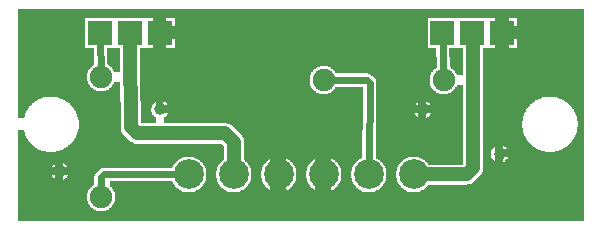
<source format=gtl>
G04 MADE WITH FRITZING*
G04 WWW.FRITZING.ORG*
G04 DOUBLE SIDED*
G04 HOLES PLATED*
G04 CONTOUR ON CENTER OF CONTOUR VECTOR*
%ASAXBY*%
%FSLAX23Y23*%
%MOIN*%
%OFA0B0*%
%SFA1.0B1.0*%
%ADD10C,0.075000*%
%ADD11C,0.039370*%
%ADD12C,0.078740*%
%ADD13C,0.099055*%
%ADD14R,0.078740X0.078740*%
%ADD15C,0.048000*%
%ADD16C,0.024000*%
%ADD17R,0.001000X0.001000*%
%LNCOPPER1*%
G90*
G70*
G54D10*
X1774Y671D03*
X1459Y511D03*
X1059Y511D03*
X317Y521D03*
X317Y121D03*
G54D11*
X179Y206D03*
X1646Y265D03*
X514Y413D03*
X1390Y413D03*
G54D12*
X1655Y669D03*
X1555Y669D03*
X1455Y669D03*
X1455Y669D03*
X1555Y669D03*
X1655Y669D03*
X514Y669D03*
X414Y669D03*
X314Y669D03*
X314Y669D03*
X414Y669D03*
X514Y669D03*
G54D13*
X1359Y196D03*
X1209Y196D03*
X1059Y196D03*
X909Y196D03*
X759Y196D03*
X609Y196D03*
G54D14*
X1655Y669D03*
X1555Y669D03*
X1455Y669D03*
X1655Y669D03*
X1555Y669D03*
X1455Y669D03*
X514Y669D03*
X414Y669D03*
X314Y669D03*
X514Y669D03*
X414Y669D03*
X314Y669D03*
G54D15*
X1537Y196D02*
X1411Y196D01*
D02*
X1557Y216D02*
X1537Y196D01*
D02*
X1556Y627D02*
X1557Y216D01*
D02*
X436Y333D02*
X416Y353D01*
D02*
X731Y333D02*
X436Y333D01*
D02*
X760Y304D02*
X731Y333D01*
D02*
X416Y353D02*
X414Y627D01*
D02*
X760Y248D02*
X760Y304D01*
G54D16*
D02*
X316Y550D02*
X314Y638D01*
D02*
X316Y186D02*
X316Y150D01*
D02*
X327Y197D02*
X316Y186D01*
D02*
X569Y196D02*
X327Y197D01*
D02*
X1458Y540D02*
X1456Y638D01*
D02*
X1202Y511D02*
X1087Y511D01*
D02*
X1213Y502D02*
X1202Y511D01*
D02*
X1210Y237D02*
X1213Y502D01*
G36*
X338Y619D02*
X338Y563D01*
X340Y563D01*
X340Y561D01*
X342Y561D01*
X342Y559D01*
X346Y559D01*
X346Y557D01*
X348Y557D01*
X348Y555D01*
X350Y555D01*
X350Y553D01*
X352Y553D01*
X352Y551D01*
X354Y551D01*
X354Y549D01*
X356Y549D01*
X356Y545D01*
X358Y545D01*
X358Y541D01*
X360Y541D01*
X360Y537D01*
X380Y537D01*
X380Y619D01*
X338Y619D01*
G37*
D02*
G36*
X1478Y619D02*
X1478Y589D01*
X1480Y589D01*
X1480Y553D01*
X1482Y553D01*
X1482Y551D01*
X1484Y551D01*
X1484Y549D01*
X1488Y549D01*
X1488Y547D01*
X1490Y547D01*
X1490Y545D01*
X1492Y545D01*
X1492Y543D01*
X1494Y543D01*
X1494Y541D01*
X1496Y541D01*
X1496Y539D01*
X1498Y539D01*
X1498Y535D01*
X1500Y535D01*
X1500Y531D01*
X1502Y531D01*
X1502Y527D01*
X1522Y527D01*
X1522Y619D01*
X1478Y619D01*
G37*
D02*
G36*
X40Y747D02*
X40Y717D01*
X1704Y717D01*
X1704Y619D01*
X1590Y619D01*
X1590Y455D01*
X1830Y455D01*
X1830Y453D01*
X1838Y453D01*
X1838Y451D01*
X1844Y451D01*
X1844Y449D01*
X1850Y449D01*
X1850Y447D01*
X1854Y447D01*
X1854Y445D01*
X1858Y445D01*
X1858Y443D01*
X1860Y443D01*
X1860Y441D01*
X1864Y441D01*
X1864Y439D01*
X1868Y439D01*
X1868Y437D01*
X1870Y437D01*
X1870Y435D01*
X1872Y435D01*
X1872Y433D01*
X1874Y433D01*
X1874Y431D01*
X1876Y431D01*
X1876Y429D01*
X1878Y429D01*
X1878Y427D01*
X1880Y427D01*
X1880Y425D01*
X1882Y425D01*
X1882Y423D01*
X1884Y423D01*
X1884Y421D01*
X1886Y421D01*
X1886Y419D01*
X1888Y419D01*
X1888Y415D01*
X1890Y415D01*
X1890Y413D01*
X1892Y413D01*
X1892Y409D01*
X1894Y409D01*
X1894Y405D01*
X1896Y405D01*
X1896Y401D01*
X1898Y401D01*
X1898Y397D01*
X1900Y397D01*
X1900Y391D01*
X1902Y391D01*
X1902Y383D01*
X1904Y383D01*
X1904Y373D01*
X1906Y373D01*
X1906Y353D01*
X1904Y353D01*
X1904Y343D01*
X1902Y343D01*
X1902Y335D01*
X1900Y335D01*
X1900Y329D01*
X1898Y329D01*
X1898Y325D01*
X1896Y325D01*
X1896Y321D01*
X1894Y321D01*
X1894Y317D01*
X1892Y317D01*
X1892Y313D01*
X1890Y313D01*
X1890Y311D01*
X1888Y311D01*
X1888Y307D01*
X1886Y307D01*
X1886Y305D01*
X1884Y305D01*
X1884Y303D01*
X1882Y303D01*
X1882Y301D01*
X1880Y301D01*
X1880Y299D01*
X1878Y299D01*
X1878Y297D01*
X1876Y297D01*
X1876Y295D01*
X1874Y295D01*
X1874Y293D01*
X1872Y293D01*
X1872Y291D01*
X1870Y291D01*
X1870Y289D01*
X1868Y289D01*
X1868Y287D01*
X1864Y287D01*
X1864Y285D01*
X1860Y285D01*
X1860Y283D01*
X1858Y283D01*
X1858Y281D01*
X1854Y281D01*
X1854Y279D01*
X1850Y279D01*
X1850Y277D01*
X1844Y277D01*
X1844Y275D01*
X1838Y275D01*
X1838Y273D01*
X1830Y273D01*
X1830Y271D01*
X1928Y271D01*
X1928Y747D01*
X40Y747D01*
G37*
D02*
G36*
X40Y717D02*
X40Y473D01*
X308Y473D01*
X308Y475D01*
X300Y475D01*
X300Y477D01*
X296Y477D01*
X296Y479D01*
X292Y479D01*
X292Y481D01*
X290Y481D01*
X290Y483D01*
X286Y483D01*
X286Y485D01*
X284Y485D01*
X284Y487D01*
X282Y487D01*
X282Y489D01*
X280Y489D01*
X280Y493D01*
X278Y493D01*
X278Y495D01*
X276Y495D01*
X276Y499D01*
X274Y499D01*
X274Y503D01*
X272Y503D01*
X272Y509D01*
X270Y509D01*
X270Y533D01*
X272Y533D01*
X272Y539D01*
X274Y539D01*
X274Y543D01*
X276Y543D01*
X276Y547D01*
X278Y547D01*
X278Y549D01*
X280Y549D01*
X280Y551D01*
X282Y551D01*
X282Y553D01*
X284Y553D01*
X284Y555D01*
X286Y555D01*
X286Y557D01*
X288Y557D01*
X288Y559D01*
X290Y559D01*
X290Y561D01*
X294Y561D01*
X294Y605D01*
X292Y605D01*
X292Y619D01*
X264Y619D01*
X264Y717D01*
X40Y717D01*
G37*
D02*
G36*
X564Y717D02*
X564Y619D01*
X448Y619D01*
X448Y559D01*
X1062Y559D01*
X1062Y557D01*
X1072Y557D01*
X1072Y555D01*
X1078Y555D01*
X1078Y553D01*
X1082Y553D01*
X1082Y551D01*
X1084Y551D01*
X1084Y549D01*
X1088Y549D01*
X1088Y547D01*
X1090Y547D01*
X1090Y545D01*
X1092Y545D01*
X1092Y543D01*
X1094Y543D01*
X1094Y541D01*
X1096Y541D01*
X1096Y539D01*
X1098Y539D01*
X1098Y535D01*
X1100Y535D01*
X1100Y533D01*
X1208Y533D01*
X1208Y531D01*
X1212Y531D01*
X1212Y529D01*
X1216Y529D01*
X1216Y527D01*
X1218Y527D01*
X1218Y525D01*
X1220Y525D01*
X1220Y523D01*
X1222Y523D01*
X1222Y521D01*
X1226Y521D01*
X1226Y519D01*
X1228Y519D01*
X1228Y517D01*
X1230Y517D01*
X1230Y513D01*
X1232Y513D01*
X1232Y511D01*
X1234Y511D01*
X1234Y463D01*
X1450Y463D01*
X1450Y465D01*
X1444Y465D01*
X1444Y467D01*
X1438Y467D01*
X1438Y469D01*
X1434Y469D01*
X1434Y471D01*
X1432Y471D01*
X1432Y473D01*
X1428Y473D01*
X1428Y475D01*
X1426Y475D01*
X1426Y477D01*
X1424Y477D01*
X1424Y479D01*
X1422Y479D01*
X1422Y481D01*
X1420Y481D01*
X1420Y485D01*
X1418Y485D01*
X1418Y489D01*
X1416Y489D01*
X1416Y491D01*
X1414Y491D01*
X1414Y499D01*
X1412Y499D01*
X1412Y523D01*
X1414Y523D01*
X1414Y529D01*
X1416Y529D01*
X1416Y533D01*
X1418Y533D01*
X1418Y537D01*
X1420Y537D01*
X1420Y539D01*
X1422Y539D01*
X1422Y541D01*
X1424Y541D01*
X1424Y545D01*
X1428Y545D01*
X1428Y547D01*
X1430Y547D01*
X1430Y549D01*
X1432Y549D01*
X1432Y551D01*
X1436Y551D01*
X1436Y589D01*
X1434Y589D01*
X1434Y619D01*
X1406Y619D01*
X1406Y717D01*
X564Y717D01*
G37*
D02*
G36*
X448Y559D02*
X448Y463D01*
X1050Y463D01*
X1050Y465D01*
X1044Y465D01*
X1044Y467D01*
X1038Y467D01*
X1038Y469D01*
X1034Y469D01*
X1034Y471D01*
X1032Y471D01*
X1032Y473D01*
X1028Y473D01*
X1028Y475D01*
X1026Y475D01*
X1026Y477D01*
X1024Y477D01*
X1024Y479D01*
X1022Y479D01*
X1022Y481D01*
X1020Y481D01*
X1020Y485D01*
X1018Y485D01*
X1018Y489D01*
X1016Y489D01*
X1016Y491D01*
X1014Y491D01*
X1014Y499D01*
X1012Y499D01*
X1012Y523D01*
X1014Y523D01*
X1014Y529D01*
X1016Y529D01*
X1016Y533D01*
X1018Y533D01*
X1018Y537D01*
X1020Y537D01*
X1020Y539D01*
X1022Y539D01*
X1022Y541D01*
X1024Y541D01*
X1024Y545D01*
X1028Y545D01*
X1028Y547D01*
X1030Y547D01*
X1030Y549D01*
X1032Y549D01*
X1032Y551D01*
X1036Y551D01*
X1036Y553D01*
X1040Y553D01*
X1040Y555D01*
X1046Y555D01*
X1046Y557D01*
X1056Y557D01*
X1056Y559D01*
X448Y559D01*
G37*
D02*
G36*
X360Y503D02*
X360Y499D01*
X358Y499D01*
X358Y495D01*
X356Y495D01*
X356Y493D01*
X354Y493D01*
X354Y491D01*
X352Y491D01*
X352Y487D01*
X350Y487D01*
X350Y485D01*
X346Y485D01*
X346Y483D01*
X344Y483D01*
X344Y481D01*
X342Y481D01*
X342Y479D01*
X338Y479D01*
X338Y477D01*
X332Y477D01*
X332Y475D01*
X326Y475D01*
X326Y473D01*
X380Y473D01*
X380Y503D01*
X360Y503D01*
G37*
D02*
G36*
X1502Y495D02*
X1502Y489D01*
X1500Y489D01*
X1500Y487D01*
X1498Y487D01*
X1498Y483D01*
X1496Y483D01*
X1496Y481D01*
X1494Y481D01*
X1494Y479D01*
X1492Y479D01*
X1492Y477D01*
X1490Y477D01*
X1490Y475D01*
X1488Y475D01*
X1488Y473D01*
X1486Y473D01*
X1486Y471D01*
X1482Y471D01*
X1482Y469D01*
X1480Y469D01*
X1480Y467D01*
X1474Y467D01*
X1474Y465D01*
X1466Y465D01*
X1466Y463D01*
X1522Y463D01*
X1522Y495D01*
X1502Y495D01*
G37*
D02*
G36*
X1100Y489D02*
X1100Y487D01*
X1098Y487D01*
X1098Y483D01*
X1096Y483D01*
X1096Y481D01*
X1094Y481D01*
X1094Y479D01*
X1092Y479D01*
X1092Y477D01*
X1090Y477D01*
X1090Y475D01*
X1088Y475D01*
X1088Y473D01*
X1086Y473D01*
X1086Y471D01*
X1082Y471D01*
X1082Y469D01*
X1080Y469D01*
X1080Y467D01*
X1074Y467D01*
X1074Y465D01*
X1066Y465D01*
X1066Y463D01*
X1190Y463D01*
X1190Y489D01*
X1100Y489D01*
G37*
D02*
G36*
X40Y473D02*
X40Y471D01*
X380Y471D01*
X380Y473D01*
X40Y473D01*
G37*
D02*
G36*
X40Y473D02*
X40Y471D01*
X380Y471D01*
X380Y473D01*
X40Y473D01*
G37*
D02*
G36*
X40Y471D02*
X40Y455D01*
X166Y455D01*
X166Y453D01*
X174Y453D01*
X174Y451D01*
X180Y451D01*
X180Y449D01*
X186Y449D01*
X186Y447D01*
X190Y447D01*
X190Y445D01*
X194Y445D01*
X194Y443D01*
X198Y443D01*
X198Y441D01*
X200Y441D01*
X200Y439D01*
X204Y439D01*
X204Y437D01*
X206Y437D01*
X206Y435D01*
X210Y435D01*
X210Y433D01*
X212Y433D01*
X212Y431D01*
X214Y431D01*
X214Y429D01*
X216Y429D01*
X216Y427D01*
X218Y427D01*
X218Y425D01*
X220Y425D01*
X220Y421D01*
X222Y421D01*
X222Y419D01*
X224Y419D01*
X224Y417D01*
X226Y417D01*
X226Y413D01*
X228Y413D01*
X228Y411D01*
X230Y411D01*
X230Y407D01*
X232Y407D01*
X232Y403D01*
X234Y403D01*
X234Y399D01*
X236Y399D01*
X236Y393D01*
X238Y393D01*
X238Y387D01*
X240Y387D01*
X240Y377D01*
X242Y377D01*
X242Y349D01*
X240Y349D01*
X240Y339D01*
X238Y339D01*
X238Y333D01*
X236Y333D01*
X236Y327D01*
X234Y327D01*
X234Y323D01*
X232Y323D01*
X232Y319D01*
X230Y319D01*
X230Y315D01*
X228Y315D01*
X228Y313D01*
X226Y313D01*
X226Y309D01*
X224Y309D01*
X224Y307D01*
X222Y307D01*
X222Y305D01*
X220Y305D01*
X220Y301D01*
X218Y301D01*
X218Y299D01*
X216Y299D01*
X216Y297D01*
X214Y297D01*
X214Y295D01*
X212Y295D01*
X212Y293D01*
X208Y293D01*
X208Y291D01*
X206Y291D01*
X206Y289D01*
X204Y289D01*
X204Y287D01*
X200Y287D01*
X200Y285D01*
X198Y285D01*
X198Y283D01*
X194Y283D01*
X194Y281D01*
X190Y281D01*
X190Y279D01*
X186Y279D01*
X186Y277D01*
X180Y277D01*
X180Y275D01*
X174Y275D01*
X174Y273D01*
X166Y273D01*
X166Y271D01*
X726Y271D01*
X726Y291D01*
X724Y291D01*
X724Y293D01*
X722Y293D01*
X722Y295D01*
X720Y295D01*
X720Y297D01*
X718Y297D01*
X718Y299D01*
X428Y299D01*
X428Y301D01*
X422Y301D01*
X422Y303D01*
X418Y303D01*
X418Y305D01*
X414Y305D01*
X414Y307D01*
X412Y307D01*
X412Y309D01*
X410Y309D01*
X410Y311D01*
X408Y311D01*
X408Y313D01*
X406Y313D01*
X406Y315D01*
X404Y315D01*
X404Y317D01*
X402Y317D01*
X402Y319D01*
X400Y319D01*
X400Y321D01*
X398Y321D01*
X398Y323D01*
X396Y323D01*
X396Y325D01*
X394Y325D01*
X394Y327D01*
X392Y327D01*
X392Y329D01*
X390Y329D01*
X390Y331D01*
X388Y331D01*
X388Y335D01*
X386Y335D01*
X386Y339D01*
X384Y339D01*
X384Y343D01*
X382Y343D01*
X382Y439D01*
X380Y439D01*
X380Y471D01*
X40Y471D01*
G37*
D02*
G36*
X448Y463D02*
X448Y461D01*
X1190Y461D01*
X1190Y463D01*
X448Y463D01*
G37*
D02*
G36*
X448Y463D02*
X448Y461D01*
X1190Y461D01*
X1190Y463D01*
X448Y463D01*
G37*
D02*
G36*
X1234Y463D02*
X1234Y461D01*
X1522Y461D01*
X1522Y463D01*
X1234Y463D01*
G37*
D02*
G36*
X1234Y463D02*
X1234Y461D01*
X1522Y461D01*
X1522Y463D01*
X1234Y463D01*
G37*
D02*
G36*
X448Y461D02*
X448Y441D01*
X524Y441D01*
X524Y439D01*
X528Y439D01*
X528Y437D01*
X532Y437D01*
X532Y435D01*
X534Y435D01*
X534Y433D01*
X536Y433D01*
X536Y431D01*
X538Y431D01*
X538Y427D01*
X540Y427D01*
X540Y423D01*
X542Y423D01*
X542Y415D01*
X544Y415D01*
X544Y409D01*
X542Y409D01*
X542Y401D01*
X540Y401D01*
X540Y397D01*
X538Y397D01*
X538Y395D01*
X536Y395D01*
X536Y391D01*
X534Y391D01*
X534Y389D01*
X530Y389D01*
X530Y387D01*
X528Y387D01*
X528Y367D01*
X738Y367D01*
X738Y365D01*
X744Y365D01*
X744Y363D01*
X748Y363D01*
X748Y361D01*
X752Y361D01*
X752Y359D01*
X754Y359D01*
X754Y357D01*
X756Y357D01*
X756Y355D01*
X758Y355D01*
X758Y353D01*
X760Y353D01*
X760Y351D01*
X762Y351D01*
X762Y349D01*
X764Y349D01*
X764Y347D01*
X766Y347D01*
X766Y345D01*
X768Y345D01*
X768Y343D01*
X770Y343D01*
X770Y341D01*
X772Y341D01*
X772Y339D01*
X774Y339D01*
X774Y337D01*
X776Y337D01*
X776Y335D01*
X778Y335D01*
X778Y333D01*
X780Y333D01*
X780Y331D01*
X782Y331D01*
X782Y329D01*
X784Y329D01*
X784Y327D01*
X786Y327D01*
X786Y325D01*
X788Y325D01*
X788Y321D01*
X790Y321D01*
X790Y317D01*
X792Y317D01*
X792Y311D01*
X794Y311D01*
X794Y255D01*
X1070Y255D01*
X1070Y253D01*
X1078Y253D01*
X1078Y251D01*
X1084Y251D01*
X1084Y249D01*
X1088Y249D01*
X1088Y247D01*
X1090Y247D01*
X1090Y245D01*
X1094Y245D01*
X1094Y243D01*
X1096Y243D01*
X1096Y241D01*
X1098Y241D01*
X1098Y239D01*
X1102Y239D01*
X1102Y235D01*
X1104Y235D01*
X1104Y233D01*
X1106Y233D01*
X1106Y231D01*
X1108Y231D01*
X1108Y229D01*
X1110Y229D01*
X1110Y225D01*
X1112Y225D01*
X1112Y221D01*
X1114Y221D01*
X1114Y217D01*
X1116Y217D01*
X1116Y209D01*
X1118Y209D01*
X1118Y181D01*
X1116Y181D01*
X1116Y175D01*
X1114Y175D01*
X1114Y171D01*
X1112Y171D01*
X1112Y167D01*
X1110Y167D01*
X1110Y163D01*
X1108Y163D01*
X1108Y161D01*
X1106Y161D01*
X1106Y157D01*
X1104Y157D01*
X1104Y155D01*
X1102Y155D01*
X1102Y153D01*
X1100Y153D01*
X1100Y151D01*
X1098Y151D01*
X1098Y149D01*
X1094Y149D01*
X1094Y147D01*
X1092Y147D01*
X1092Y145D01*
X1088Y145D01*
X1088Y143D01*
X1084Y143D01*
X1084Y141D01*
X1080Y141D01*
X1080Y139D01*
X1074Y139D01*
X1074Y137D01*
X1196Y137D01*
X1196Y139D01*
X1188Y139D01*
X1188Y141D01*
X1184Y141D01*
X1184Y143D01*
X1180Y143D01*
X1180Y145D01*
X1176Y145D01*
X1176Y147D01*
X1174Y147D01*
X1174Y149D01*
X1172Y149D01*
X1172Y151D01*
X1168Y151D01*
X1168Y153D01*
X1166Y153D01*
X1166Y157D01*
X1164Y157D01*
X1164Y159D01*
X1162Y159D01*
X1162Y161D01*
X1160Y161D01*
X1160Y165D01*
X1158Y165D01*
X1158Y167D01*
X1156Y167D01*
X1156Y171D01*
X1154Y171D01*
X1154Y177D01*
X1152Y177D01*
X1152Y183D01*
X1150Y183D01*
X1150Y207D01*
X1152Y207D01*
X1152Y215D01*
X1154Y215D01*
X1154Y221D01*
X1156Y221D01*
X1156Y225D01*
X1158Y225D01*
X1158Y227D01*
X1160Y227D01*
X1160Y231D01*
X1162Y231D01*
X1162Y233D01*
X1164Y233D01*
X1164Y235D01*
X1166Y235D01*
X1166Y237D01*
X1168Y237D01*
X1168Y239D01*
X1170Y239D01*
X1170Y241D01*
X1172Y241D01*
X1172Y243D01*
X1174Y243D01*
X1174Y245D01*
X1178Y245D01*
X1178Y247D01*
X1180Y247D01*
X1180Y249D01*
X1184Y249D01*
X1184Y251D01*
X1188Y251D01*
X1188Y345D01*
X1190Y345D01*
X1190Y461D01*
X448Y461D01*
G37*
D02*
G36*
X1234Y461D02*
X1234Y441D01*
X1400Y441D01*
X1400Y439D01*
X1404Y439D01*
X1404Y437D01*
X1408Y437D01*
X1408Y435D01*
X1410Y435D01*
X1410Y433D01*
X1412Y433D01*
X1412Y431D01*
X1414Y431D01*
X1414Y427D01*
X1416Y427D01*
X1416Y423D01*
X1418Y423D01*
X1418Y415D01*
X1420Y415D01*
X1420Y409D01*
X1418Y409D01*
X1418Y401D01*
X1416Y401D01*
X1416Y397D01*
X1414Y397D01*
X1414Y395D01*
X1412Y395D01*
X1412Y391D01*
X1410Y391D01*
X1410Y389D01*
X1406Y389D01*
X1406Y387D01*
X1404Y387D01*
X1404Y385D01*
X1398Y385D01*
X1398Y383D01*
X1522Y383D01*
X1522Y461D01*
X1234Y461D01*
G37*
D02*
G36*
X40Y455D02*
X40Y383D01*
X60Y383D01*
X60Y389D01*
X62Y389D01*
X62Y395D01*
X64Y395D01*
X64Y401D01*
X66Y401D01*
X66Y405D01*
X68Y405D01*
X68Y409D01*
X70Y409D01*
X70Y411D01*
X72Y411D01*
X72Y415D01*
X74Y415D01*
X74Y417D01*
X76Y417D01*
X76Y421D01*
X78Y421D01*
X78Y423D01*
X80Y423D01*
X80Y425D01*
X82Y425D01*
X82Y427D01*
X84Y427D01*
X84Y429D01*
X86Y429D01*
X86Y431D01*
X88Y431D01*
X88Y433D01*
X90Y433D01*
X90Y435D01*
X92Y435D01*
X92Y437D01*
X96Y437D01*
X96Y439D01*
X98Y439D01*
X98Y441D01*
X102Y441D01*
X102Y443D01*
X104Y443D01*
X104Y445D01*
X108Y445D01*
X108Y447D01*
X114Y447D01*
X114Y449D01*
X118Y449D01*
X118Y451D01*
X124Y451D01*
X124Y453D01*
X132Y453D01*
X132Y455D01*
X40Y455D01*
G37*
D02*
G36*
X1590Y455D02*
X1590Y295D01*
X1648Y295D01*
X1648Y293D01*
X1656Y293D01*
X1656Y291D01*
X1660Y291D01*
X1660Y289D01*
X1664Y289D01*
X1664Y287D01*
X1666Y287D01*
X1666Y285D01*
X1668Y285D01*
X1668Y283D01*
X1670Y283D01*
X1670Y279D01*
X1672Y279D01*
X1672Y275D01*
X1674Y275D01*
X1674Y271D01*
X1796Y271D01*
X1796Y273D01*
X1788Y273D01*
X1788Y275D01*
X1782Y275D01*
X1782Y277D01*
X1776Y277D01*
X1776Y279D01*
X1772Y279D01*
X1772Y281D01*
X1768Y281D01*
X1768Y283D01*
X1764Y283D01*
X1764Y285D01*
X1762Y285D01*
X1762Y287D01*
X1758Y287D01*
X1758Y289D01*
X1756Y289D01*
X1756Y291D01*
X1754Y291D01*
X1754Y293D01*
X1752Y293D01*
X1752Y295D01*
X1750Y295D01*
X1750Y297D01*
X1746Y297D01*
X1746Y301D01*
X1744Y301D01*
X1744Y303D01*
X1742Y303D01*
X1742Y305D01*
X1740Y305D01*
X1740Y307D01*
X1738Y307D01*
X1738Y311D01*
X1736Y311D01*
X1736Y313D01*
X1734Y313D01*
X1734Y317D01*
X1732Y317D01*
X1732Y321D01*
X1730Y321D01*
X1730Y325D01*
X1728Y325D01*
X1728Y329D01*
X1726Y329D01*
X1726Y335D01*
X1724Y335D01*
X1724Y341D01*
X1722Y341D01*
X1722Y351D01*
X1720Y351D01*
X1720Y375D01*
X1722Y375D01*
X1722Y385D01*
X1724Y385D01*
X1724Y391D01*
X1726Y391D01*
X1726Y397D01*
X1728Y397D01*
X1728Y401D01*
X1730Y401D01*
X1730Y405D01*
X1732Y405D01*
X1732Y409D01*
X1734Y409D01*
X1734Y413D01*
X1736Y413D01*
X1736Y415D01*
X1738Y415D01*
X1738Y419D01*
X1740Y419D01*
X1740Y421D01*
X1742Y421D01*
X1742Y423D01*
X1744Y423D01*
X1744Y425D01*
X1746Y425D01*
X1746Y429D01*
X1748Y429D01*
X1748Y431D01*
X1752Y431D01*
X1752Y433D01*
X1754Y433D01*
X1754Y435D01*
X1756Y435D01*
X1756Y437D01*
X1758Y437D01*
X1758Y439D01*
X1762Y439D01*
X1762Y441D01*
X1764Y441D01*
X1764Y443D01*
X1768Y443D01*
X1768Y445D01*
X1772Y445D01*
X1772Y447D01*
X1776Y447D01*
X1776Y449D01*
X1782Y449D01*
X1782Y451D01*
X1788Y451D01*
X1788Y453D01*
X1796Y453D01*
X1796Y455D01*
X1590Y455D01*
G37*
D02*
G36*
X450Y441D02*
X450Y367D01*
X500Y367D01*
X500Y387D01*
X496Y387D01*
X496Y389D01*
X494Y389D01*
X494Y391D01*
X492Y391D01*
X492Y393D01*
X490Y393D01*
X490Y395D01*
X488Y395D01*
X488Y399D01*
X486Y399D01*
X486Y405D01*
X484Y405D01*
X484Y419D01*
X486Y419D01*
X486Y425D01*
X488Y425D01*
X488Y429D01*
X490Y429D01*
X490Y431D01*
X492Y431D01*
X492Y433D01*
X494Y433D01*
X494Y435D01*
X496Y435D01*
X496Y437D01*
X500Y437D01*
X500Y439D01*
X504Y439D01*
X504Y441D01*
X450Y441D01*
G37*
D02*
G36*
X1234Y441D02*
X1234Y383D01*
X1382Y383D01*
X1382Y385D01*
X1376Y385D01*
X1376Y387D01*
X1372Y387D01*
X1372Y389D01*
X1370Y389D01*
X1370Y391D01*
X1368Y391D01*
X1368Y393D01*
X1366Y393D01*
X1366Y395D01*
X1364Y395D01*
X1364Y399D01*
X1362Y399D01*
X1362Y405D01*
X1360Y405D01*
X1360Y419D01*
X1362Y419D01*
X1362Y425D01*
X1364Y425D01*
X1364Y429D01*
X1366Y429D01*
X1366Y431D01*
X1368Y431D01*
X1368Y433D01*
X1370Y433D01*
X1370Y435D01*
X1372Y435D01*
X1372Y437D01*
X1376Y437D01*
X1376Y439D01*
X1380Y439D01*
X1380Y441D01*
X1234Y441D01*
G37*
D02*
G36*
X1234Y383D02*
X1234Y381D01*
X1522Y381D01*
X1522Y383D01*
X1234Y383D01*
G37*
D02*
G36*
X1234Y383D02*
X1234Y381D01*
X1522Y381D01*
X1522Y383D01*
X1234Y383D01*
G37*
D02*
G36*
X1234Y381D02*
X1234Y343D01*
X1232Y343D01*
X1232Y255D01*
X1370Y255D01*
X1370Y253D01*
X1378Y253D01*
X1378Y251D01*
X1384Y251D01*
X1384Y249D01*
X1388Y249D01*
X1388Y247D01*
X1390Y247D01*
X1390Y245D01*
X1394Y245D01*
X1394Y243D01*
X1396Y243D01*
X1396Y241D01*
X1398Y241D01*
X1398Y239D01*
X1402Y239D01*
X1402Y235D01*
X1404Y235D01*
X1404Y233D01*
X1406Y233D01*
X1406Y231D01*
X1408Y231D01*
X1408Y229D01*
X1522Y229D01*
X1522Y381D01*
X1234Y381D01*
G37*
D02*
G36*
X40Y343D02*
X40Y271D01*
X132Y271D01*
X132Y273D01*
X124Y273D01*
X124Y275D01*
X118Y275D01*
X118Y277D01*
X114Y277D01*
X114Y279D01*
X108Y279D01*
X108Y281D01*
X104Y281D01*
X104Y283D01*
X102Y283D01*
X102Y285D01*
X98Y285D01*
X98Y287D01*
X96Y287D01*
X96Y289D01*
X92Y289D01*
X92Y291D01*
X90Y291D01*
X90Y293D01*
X88Y293D01*
X88Y295D01*
X86Y295D01*
X86Y297D01*
X84Y297D01*
X84Y299D01*
X82Y299D01*
X82Y301D01*
X80Y301D01*
X80Y303D01*
X78Y303D01*
X78Y305D01*
X76Y305D01*
X76Y309D01*
X74Y309D01*
X74Y311D01*
X72Y311D01*
X72Y315D01*
X70Y315D01*
X70Y317D01*
X68Y317D01*
X68Y321D01*
X66Y321D01*
X66Y325D01*
X64Y325D01*
X64Y331D01*
X62Y331D01*
X62Y337D01*
X60Y337D01*
X60Y343D01*
X40Y343D01*
G37*
D02*
G36*
X1590Y295D02*
X1590Y235D01*
X1638Y235D01*
X1638Y237D01*
X1632Y237D01*
X1632Y239D01*
X1630Y239D01*
X1630Y241D01*
X1626Y241D01*
X1626Y243D01*
X1624Y243D01*
X1624Y245D01*
X1622Y245D01*
X1622Y249D01*
X1620Y249D01*
X1620Y251D01*
X1618Y251D01*
X1618Y257D01*
X1616Y257D01*
X1616Y273D01*
X1618Y273D01*
X1618Y277D01*
X1620Y277D01*
X1620Y281D01*
X1622Y281D01*
X1622Y283D01*
X1624Y283D01*
X1624Y285D01*
X1626Y285D01*
X1626Y287D01*
X1628Y287D01*
X1628Y289D01*
X1630Y289D01*
X1630Y291D01*
X1634Y291D01*
X1634Y293D01*
X1644Y293D01*
X1644Y295D01*
X1590Y295D01*
G37*
D02*
G36*
X40Y271D02*
X40Y269D01*
X726Y269D01*
X726Y271D01*
X40Y271D01*
G37*
D02*
G36*
X40Y271D02*
X40Y269D01*
X726Y269D01*
X726Y271D01*
X40Y271D01*
G37*
D02*
G36*
X1674Y271D02*
X1674Y269D01*
X1928Y269D01*
X1928Y271D01*
X1674Y271D01*
G37*
D02*
G36*
X1674Y271D02*
X1674Y269D01*
X1928Y269D01*
X1928Y271D01*
X1674Y271D01*
G37*
D02*
G36*
X40Y269D02*
X40Y255D01*
X620Y255D01*
X620Y253D01*
X628Y253D01*
X628Y251D01*
X634Y251D01*
X634Y249D01*
X638Y249D01*
X638Y247D01*
X640Y247D01*
X640Y245D01*
X644Y245D01*
X644Y243D01*
X646Y243D01*
X646Y241D01*
X648Y241D01*
X648Y239D01*
X652Y239D01*
X652Y235D01*
X654Y235D01*
X654Y233D01*
X656Y233D01*
X656Y231D01*
X658Y231D01*
X658Y229D01*
X660Y229D01*
X660Y225D01*
X662Y225D01*
X662Y221D01*
X664Y221D01*
X664Y217D01*
X666Y217D01*
X666Y209D01*
X668Y209D01*
X668Y181D01*
X666Y181D01*
X666Y175D01*
X664Y175D01*
X664Y171D01*
X662Y171D01*
X662Y167D01*
X660Y167D01*
X660Y163D01*
X658Y163D01*
X658Y161D01*
X656Y161D01*
X656Y157D01*
X654Y157D01*
X654Y155D01*
X652Y155D01*
X652Y153D01*
X650Y153D01*
X650Y151D01*
X648Y151D01*
X648Y149D01*
X644Y149D01*
X644Y147D01*
X642Y147D01*
X642Y145D01*
X638Y145D01*
X638Y143D01*
X634Y143D01*
X634Y141D01*
X630Y141D01*
X630Y139D01*
X624Y139D01*
X624Y137D01*
X746Y137D01*
X746Y139D01*
X738Y139D01*
X738Y141D01*
X734Y141D01*
X734Y143D01*
X730Y143D01*
X730Y145D01*
X726Y145D01*
X726Y147D01*
X724Y147D01*
X724Y149D01*
X722Y149D01*
X722Y151D01*
X718Y151D01*
X718Y153D01*
X716Y153D01*
X716Y155D01*
X714Y155D01*
X714Y159D01*
X712Y159D01*
X712Y161D01*
X710Y161D01*
X710Y165D01*
X708Y165D01*
X708Y167D01*
X706Y167D01*
X706Y171D01*
X704Y171D01*
X704Y177D01*
X702Y177D01*
X702Y183D01*
X700Y183D01*
X700Y207D01*
X702Y207D01*
X702Y215D01*
X704Y215D01*
X704Y221D01*
X706Y221D01*
X706Y225D01*
X708Y225D01*
X708Y227D01*
X710Y227D01*
X710Y231D01*
X712Y231D01*
X712Y233D01*
X714Y233D01*
X714Y235D01*
X716Y235D01*
X716Y237D01*
X718Y237D01*
X718Y239D01*
X720Y239D01*
X720Y241D01*
X722Y241D01*
X722Y243D01*
X724Y243D01*
X724Y245D01*
X726Y245D01*
X726Y269D01*
X40Y269D01*
G37*
D02*
G36*
X1674Y269D02*
X1674Y267D01*
X1676Y267D01*
X1676Y263D01*
X1674Y263D01*
X1674Y253D01*
X1672Y253D01*
X1672Y249D01*
X1670Y249D01*
X1670Y247D01*
X1668Y247D01*
X1668Y245D01*
X1666Y245D01*
X1666Y243D01*
X1664Y243D01*
X1664Y241D01*
X1662Y241D01*
X1662Y239D01*
X1658Y239D01*
X1658Y237D01*
X1652Y237D01*
X1652Y235D01*
X1928Y235D01*
X1928Y269D01*
X1674Y269D01*
G37*
D02*
G36*
X40Y255D02*
X40Y235D01*
X186Y235D01*
X186Y233D01*
X192Y233D01*
X192Y231D01*
X196Y231D01*
X196Y229D01*
X198Y229D01*
X198Y227D01*
X200Y227D01*
X200Y225D01*
X202Y225D01*
X202Y223D01*
X204Y223D01*
X204Y219D01*
X504Y219D01*
X504Y217D01*
X554Y217D01*
X554Y221D01*
X556Y221D01*
X556Y225D01*
X558Y225D01*
X558Y227D01*
X560Y227D01*
X560Y231D01*
X562Y231D01*
X562Y233D01*
X564Y233D01*
X564Y235D01*
X566Y235D01*
X566Y237D01*
X568Y237D01*
X568Y239D01*
X570Y239D01*
X570Y241D01*
X572Y241D01*
X572Y243D01*
X574Y243D01*
X574Y245D01*
X578Y245D01*
X578Y247D01*
X580Y247D01*
X580Y249D01*
X584Y249D01*
X584Y251D01*
X590Y251D01*
X590Y253D01*
X598Y253D01*
X598Y255D01*
X40Y255D01*
G37*
D02*
G36*
X794Y255D02*
X794Y243D01*
X796Y243D01*
X796Y241D01*
X798Y241D01*
X798Y239D01*
X802Y239D01*
X802Y235D01*
X804Y235D01*
X804Y233D01*
X806Y233D01*
X806Y231D01*
X808Y231D01*
X808Y229D01*
X810Y229D01*
X810Y225D01*
X812Y225D01*
X812Y221D01*
X814Y221D01*
X814Y217D01*
X816Y217D01*
X816Y209D01*
X818Y209D01*
X818Y181D01*
X816Y181D01*
X816Y175D01*
X814Y175D01*
X814Y171D01*
X812Y171D01*
X812Y167D01*
X810Y167D01*
X810Y163D01*
X808Y163D01*
X808Y161D01*
X806Y161D01*
X806Y157D01*
X804Y157D01*
X804Y155D01*
X802Y155D01*
X802Y153D01*
X800Y153D01*
X800Y151D01*
X798Y151D01*
X798Y149D01*
X794Y149D01*
X794Y147D01*
X792Y147D01*
X792Y145D01*
X788Y145D01*
X788Y143D01*
X784Y143D01*
X784Y141D01*
X780Y141D01*
X780Y139D01*
X774Y139D01*
X774Y137D01*
X896Y137D01*
X896Y139D01*
X888Y139D01*
X888Y141D01*
X884Y141D01*
X884Y143D01*
X880Y143D01*
X880Y145D01*
X876Y145D01*
X876Y147D01*
X874Y147D01*
X874Y149D01*
X872Y149D01*
X872Y151D01*
X868Y151D01*
X868Y153D01*
X866Y153D01*
X866Y155D01*
X864Y155D01*
X864Y159D01*
X862Y159D01*
X862Y161D01*
X860Y161D01*
X860Y165D01*
X858Y165D01*
X858Y167D01*
X856Y167D01*
X856Y171D01*
X854Y171D01*
X854Y177D01*
X852Y177D01*
X852Y183D01*
X850Y183D01*
X850Y207D01*
X852Y207D01*
X852Y215D01*
X854Y215D01*
X854Y221D01*
X856Y221D01*
X856Y225D01*
X858Y225D01*
X858Y227D01*
X860Y227D01*
X860Y231D01*
X862Y231D01*
X862Y233D01*
X864Y233D01*
X864Y235D01*
X866Y235D01*
X866Y237D01*
X868Y237D01*
X868Y239D01*
X870Y239D01*
X870Y241D01*
X872Y241D01*
X872Y243D01*
X874Y243D01*
X874Y245D01*
X878Y245D01*
X878Y247D01*
X880Y247D01*
X880Y249D01*
X884Y249D01*
X884Y251D01*
X890Y251D01*
X890Y253D01*
X898Y253D01*
X898Y255D01*
X794Y255D01*
G37*
D02*
G36*
X920Y255D02*
X920Y253D01*
X928Y253D01*
X928Y251D01*
X934Y251D01*
X934Y249D01*
X938Y249D01*
X938Y247D01*
X940Y247D01*
X940Y245D01*
X944Y245D01*
X944Y243D01*
X946Y243D01*
X946Y241D01*
X948Y241D01*
X948Y239D01*
X952Y239D01*
X952Y235D01*
X954Y235D01*
X954Y233D01*
X956Y233D01*
X956Y231D01*
X958Y231D01*
X958Y229D01*
X960Y229D01*
X960Y225D01*
X962Y225D01*
X962Y221D01*
X964Y221D01*
X964Y217D01*
X966Y217D01*
X966Y209D01*
X968Y209D01*
X968Y181D01*
X966Y181D01*
X966Y175D01*
X964Y175D01*
X964Y171D01*
X962Y171D01*
X962Y167D01*
X960Y167D01*
X960Y163D01*
X958Y163D01*
X958Y161D01*
X956Y161D01*
X956Y157D01*
X954Y157D01*
X954Y155D01*
X952Y155D01*
X952Y153D01*
X950Y153D01*
X950Y151D01*
X948Y151D01*
X948Y149D01*
X944Y149D01*
X944Y147D01*
X942Y147D01*
X942Y145D01*
X938Y145D01*
X938Y143D01*
X934Y143D01*
X934Y141D01*
X930Y141D01*
X930Y139D01*
X924Y139D01*
X924Y137D01*
X1046Y137D01*
X1046Y139D01*
X1038Y139D01*
X1038Y141D01*
X1034Y141D01*
X1034Y143D01*
X1030Y143D01*
X1030Y145D01*
X1026Y145D01*
X1026Y147D01*
X1024Y147D01*
X1024Y149D01*
X1022Y149D01*
X1022Y151D01*
X1018Y151D01*
X1018Y153D01*
X1016Y153D01*
X1016Y155D01*
X1014Y155D01*
X1014Y159D01*
X1012Y159D01*
X1012Y161D01*
X1010Y161D01*
X1010Y165D01*
X1008Y165D01*
X1008Y167D01*
X1006Y167D01*
X1006Y171D01*
X1004Y171D01*
X1004Y177D01*
X1002Y177D01*
X1002Y183D01*
X1000Y183D01*
X1000Y207D01*
X1002Y207D01*
X1002Y215D01*
X1004Y215D01*
X1004Y221D01*
X1006Y221D01*
X1006Y225D01*
X1008Y225D01*
X1008Y227D01*
X1010Y227D01*
X1010Y231D01*
X1012Y231D01*
X1012Y233D01*
X1014Y233D01*
X1014Y235D01*
X1016Y235D01*
X1016Y237D01*
X1018Y237D01*
X1018Y239D01*
X1020Y239D01*
X1020Y241D01*
X1022Y241D01*
X1022Y243D01*
X1024Y243D01*
X1024Y245D01*
X1028Y245D01*
X1028Y247D01*
X1030Y247D01*
X1030Y249D01*
X1034Y249D01*
X1034Y251D01*
X1040Y251D01*
X1040Y253D01*
X1048Y253D01*
X1048Y255D01*
X920Y255D01*
G37*
D02*
G36*
X1232Y255D02*
X1232Y251D01*
X1234Y251D01*
X1234Y249D01*
X1238Y249D01*
X1238Y247D01*
X1240Y247D01*
X1240Y245D01*
X1244Y245D01*
X1244Y243D01*
X1246Y243D01*
X1246Y241D01*
X1248Y241D01*
X1248Y239D01*
X1252Y239D01*
X1252Y235D01*
X1254Y235D01*
X1254Y233D01*
X1256Y233D01*
X1256Y231D01*
X1258Y231D01*
X1258Y229D01*
X1260Y229D01*
X1260Y225D01*
X1262Y225D01*
X1262Y221D01*
X1264Y221D01*
X1264Y217D01*
X1266Y217D01*
X1266Y209D01*
X1268Y209D01*
X1268Y181D01*
X1266Y181D01*
X1266Y175D01*
X1264Y175D01*
X1264Y171D01*
X1262Y171D01*
X1262Y167D01*
X1260Y167D01*
X1260Y163D01*
X1258Y163D01*
X1258Y161D01*
X1256Y161D01*
X1256Y157D01*
X1254Y157D01*
X1254Y155D01*
X1252Y155D01*
X1252Y153D01*
X1250Y153D01*
X1250Y151D01*
X1248Y151D01*
X1248Y149D01*
X1244Y149D01*
X1244Y147D01*
X1242Y147D01*
X1242Y145D01*
X1238Y145D01*
X1238Y143D01*
X1234Y143D01*
X1234Y141D01*
X1230Y141D01*
X1230Y139D01*
X1224Y139D01*
X1224Y137D01*
X1346Y137D01*
X1346Y139D01*
X1338Y139D01*
X1338Y141D01*
X1334Y141D01*
X1334Y143D01*
X1330Y143D01*
X1330Y145D01*
X1326Y145D01*
X1326Y147D01*
X1324Y147D01*
X1324Y149D01*
X1322Y149D01*
X1322Y151D01*
X1318Y151D01*
X1318Y153D01*
X1316Y153D01*
X1316Y157D01*
X1314Y157D01*
X1314Y159D01*
X1312Y159D01*
X1312Y161D01*
X1310Y161D01*
X1310Y165D01*
X1308Y165D01*
X1308Y167D01*
X1306Y167D01*
X1306Y171D01*
X1304Y171D01*
X1304Y177D01*
X1302Y177D01*
X1302Y183D01*
X1300Y183D01*
X1300Y207D01*
X1302Y207D01*
X1302Y215D01*
X1304Y215D01*
X1304Y221D01*
X1306Y221D01*
X1306Y225D01*
X1308Y225D01*
X1308Y227D01*
X1310Y227D01*
X1310Y231D01*
X1312Y231D01*
X1312Y233D01*
X1314Y233D01*
X1314Y235D01*
X1316Y235D01*
X1316Y237D01*
X1318Y237D01*
X1318Y239D01*
X1320Y239D01*
X1320Y241D01*
X1322Y241D01*
X1322Y243D01*
X1324Y243D01*
X1324Y245D01*
X1328Y245D01*
X1328Y247D01*
X1330Y247D01*
X1330Y249D01*
X1334Y249D01*
X1334Y251D01*
X1340Y251D01*
X1340Y253D01*
X1348Y253D01*
X1348Y255D01*
X1232Y255D01*
G37*
D02*
G36*
X40Y235D02*
X40Y175D01*
X178Y175D01*
X178Y177D01*
X168Y177D01*
X168Y179D01*
X164Y179D01*
X164Y181D01*
X162Y181D01*
X162Y183D01*
X158Y183D01*
X158Y185D01*
X156Y185D01*
X156Y189D01*
X154Y189D01*
X154Y191D01*
X152Y191D01*
X152Y197D01*
X150Y197D01*
X150Y215D01*
X152Y215D01*
X152Y219D01*
X154Y219D01*
X154Y223D01*
X156Y223D01*
X156Y225D01*
X158Y225D01*
X158Y227D01*
X160Y227D01*
X160Y229D01*
X162Y229D01*
X162Y231D01*
X166Y231D01*
X166Y233D01*
X172Y233D01*
X172Y235D01*
X40Y235D01*
G37*
D02*
G36*
X1590Y235D02*
X1590Y233D01*
X1928Y233D01*
X1928Y235D01*
X1590Y235D01*
G37*
D02*
G36*
X1590Y235D02*
X1590Y233D01*
X1928Y233D01*
X1928Y235D01*
X1590Y235D01*
G37*
D02*
G36*
X1590Y233D02*
X1590Y205D01*
X1588Y205D01*
X1588Y201D01*
X1586Y201D01*
X1586Y197D01*
X1584Y197D01*
X1584Y195D01*
X1582Y195D01*
X1582Y193D01*
X1580Y193D01*
X1580Y191D01*
X1578Y191D01*
X1578Y189D01*
X1576Y189D01*
X1576Y187D01*
X1574Y187D01*
X1574Y185D01*
X1572Y185D01*
X1572Y183D01*
X1570Y183D01*
X1570Y181D01*
X1568Y181D01*
X1568Y179D01*
X1566Y179D01*
X1566Y177D01*
X1564Y177D01*
X1564Y175D01*
X1562Y175D01*
X1562Y173D01*
X1560Y173D01*
X1560Y171D01*
X1558Y171D01*
X1558Y169D01*
X1556Y169D01*
X1556Y167D01*
X1552Y167D01*
X1552Y165D01*
X1548Y165D01*
X1548Y163D01*
X1536Y163D01*
X1536Y161D01*
X1406Y161D01*
X1406Y157D01*
X1404Y157D01*
X1404Y155D01*
X1402Y155D01*
X1402Y153D01*
X1400Y153D01*
X1400Y151D01*
X1398Y151D01*
X1398Y149D01*
X1394Y149D01*
X1394Y147D01*
X1392Y147D01*
X1392Y145D01*
X1388Y145D01*
X1388Y143D01*
X1384Y143D01*
X1384Y141D01*
X1380Y141D01*
X1380Y139D01*
X1374Y139D01*
X1374Y137D01*
X1928Y137D01*
X1928Y233D01*
X1590Y233D01*
G37*
D02*
G36*
X206Y219D02*
X206Y215D01*
X208Y215D01*
X208Y197D01*
X206Y197D01*
X206Y191D01*
X204Y191D01*
X204Y189D01*
X202Y189D01*
X202Y185D01*
X200Y185D01*
X200Y183D01*
X196Y183D01*
X196Y181D01*
X194Y181D01*
X194Y179D01*
X190Y179D01*
X190Y177D01*
X180Y177D01*
X180Y175D01*
X294Y175D01*
X294Y191D01*
X296Y191D01*
X296Y197D01*
X298Y197D01*
X298Y199D01*
X300Y199D01*
X300Y201D01*
X302Y201D01*
X302Y203D01*
X304Y203D01*
X304Y205D01*
X306Y205D01*
X306Y207D01*
X308Y207D01*
X308Y209D01*
X310Y209D01*
X310Y211D01*
X312Y211D01*
X312Y213D01*
X314Y213D01*
X314Y215D01*
X318Y215D01*
X318Y217D01*
X322Y217D01*
X322Y219D01*
X206Y219D01*
G37*
D02*
G36*
X40Y175D02*
X40Y173D01*
X294Y173D01*
X294Y175D01*
X40Y175D01*
G37*
D02*
G36*
X40Y175D02*
X40Y173D01*
X294Y173D01*
X294Y175D01*
X40Y175D01*
G37*
D02*
G36*
X348Y175D02*
X348Y155D01*
X350Y155D01*
X350Y153D01*
X352Y153D01*
X352Y151D01*
X354Y151D01*
X354Y149D01*
X356Y149D01*
X356Y145D01*
X358Y145D01*
X358Y141D01*
X360Y141D01*
X360Y137D01*
X596Y137D01*
X596Y139D01*
X588Y139D01*
X588Y141D01*
X584Y141D01*
X584Y143D01*
X580Y143D01*
X580Y145D01*
X576Y145D01*
X576Y147D01*
X574Y147D01*
X574Y149D01*
X572Y149D01*
X572Y151D01*
X568Y151D01*
X568Y153D01*
X566Y153D01*
X566Y155D01*
X564Y155D01*
X564Y159D01*
X562Y159D01*
X562Y161D01*
X560Y161D01*
X560Y165D01*
X558Y165D01*
X558Y167D01*
X556Y167D01*
X556Y171D01*
X554Y171D01*
X554Y173D01*
X498Y173D01*
X498Y175D01*
X348Y175D01*
G37*
D02*
G36*
X40Y173D02*
X40Y73D01*
X308Y73D01*
X308Y75D01*
X300Y75D01*
X300Y77D01*
X296Y77D01*
X296Y79D01*
X292Y79D01*
X292Y81D01*
X290Y81D01*
X290Y83D01*
X286Y83D01*
X286Y85D01*
X284Y85D01*
X284Y87D01*
X282Y87D01*
X282Y89D01*
X280Y89D01*
X280Y93D01*
X278Y93D01*
X278Y95D01*
X276Y95D01*
X276Y99D01*
X274Y99D01*
X274Y103D01*
X272Y103D01*
X272Y109D01*
X270Y109D01*
X270Y133D01*
X272Y133D01*
X272Y139D01*
X274Y139D01*
X274Y143D01*
X276Y143D01*
X276Y147D01*
X278Y147D01*
X278Y149D01*
X280Y149D01*
X280Y151D01*
X282Y151D01*
X282Y153D01*
X284Y153D01*
X284Y155D01*
X286Y155D01*
X286Y157D01*
X288Y157D01*
X288Y159D01*
X290Y159D01*
X290Y161D01*
X294Y161D01*
X294Y173D01*
X40Y173D01*
G37*
D02*
G36*
X362Y137D02*
X362Y135D01*
X1928Y135D01*
X1928Y137D01*
X362Y137D01*
G37*
D02*
G36*
X362Y137D02*
X362Y135D01*
X1928Y135D01*
X1928Y137D01*
X362Y137D01*
G37*
D02*
G36*
X362Y137D02*
X362Y135D01*
X1928Y135D01*
X1928Y137D01*
X362Y137D01*
G37*
D02*
G36*
X362Y137D02*
X362Y135D01*
X1928Y135D01*
X1928Y137D01*
X362Y137D01*
G37*
D02*
G36*
X362Y137D02*
X362Y135D01*
X1928Y135D01*
X1928Y137D01*
X362Y137D01*
G37*
D02*
G36*
X362Y137D02*
X362Y135D01*
X1928Y135D01*
X1928Y137D01*
X362Y137D01*
G37*
D02*
G36*
X362Y137D02*
X362Y135D01*
X1928Y135D01*
X1928Y137D01*
X362Y137D01*
G37*
D02*
G36*
X362Y135D02*
X362Y131D01*
X364Y131D01*
X364Y111D01*
X362Y111D01*
X362Y103D01*
X360Y103D01*
X360Y99D01*
X358Y99D01*
X358Y95D01*
X356Y95D01*
X356Y93D01*
X354Y93D01*
X354Y91D01*
X352Y91D01*
X352Y87D01*
X350Y87D01*
X350Y85D01*
X346Y85D01*
X346Y83D01*
X344Y83D01*
X344Y81D01*
X342Y81D01*
X342Y79D01*
X338Y79D01*
X338Y77D01*
X332Y77D01*
X332Y75D01*
X326Y75D01*
X326Y73D01*
X1928Y73D01*
X1928Y135D01*
X362Y135D01*
G37*
D02*
G36*
X40Y73D02*
X40Y71D01*
X1928Y71D01*
X1928Y73D01*
X40Y73D01*
G37*
D02*
G36*
X40Y73D02*
X40Y71D01*
X1928Y71D01*
X1928Y73D01*
X40Y73D01*
G37*
D02*
G36*
X40Y71D02*
X40Y41D01*
X1928Y41D01*
X1928Y71D01*
X40Y71D01*
G37*
D02*
G36*
X489Y721D02*
X534Y721D01*
X534Y689D01*
X489Y689D01*
X489Y721D01*
G37*
D02*
G36*
X489Y651D02*
X534Y651D01*
X534Y619D01*
X489Y619D01*
X489Y651D01*
G37*
D02*
G36*
X530Y692D02*
X564Y692D01*
X564Y647D01*
X530Y647D01*
X530Y692D01*
G37*
D02*
G36*
X1375Y445D02*
X1400Y445D01*
X1400Y421D01*
X1375Y421D01*
X1375Y445D01*
G37*
D02*
G36*
X1375Y407D02*
X1400Y407D01*
X1400Y383D01*
X1375Y383D01*
X1375Y407D01*
G37*
D02*
G36*
X1356Y426D02*
X1380Y426D01*
X1380Y401D01*
X1356Y401D01*
X1356Y426D01*
G37*
D02*
G36*
X1394Y426D02*
X1420Y426D01*
X1420Y401D01*
X1394Y401D01*
X1394Y426D01*
G37*
D02*
G36*
X499Y445D02*
X524Y445D01*
X524Y421D01*
X499Y421D01*
X499Y445D01*
G37*
D02*
G36*
X518Y426D02*
X544Y426D01*
X544Y401D01*
X518Y401D01*
X518Y426D01*
G37*
D02*
G36*
X1631Y299D02*
X1656Y299D01*
X1656Y275D01*
X1631Y275D01*
X1631Y299D01*
G37*
D02*
G36*
X1631Y261D02*
X1656Y261D01*
X1656Y235D01*
X1631Y235D01*
X1631Y261D01*
G37*
D02*
G36*
X1650Y280D02*
X1676Y280D01*
X1676Y255D01*
X1650Y255D01*
X1650Y280D01*
G37*
D02*
G36*
X165Y239D02*
X190Y239D01*
X190Y215D01*
X165Y215D01*
X165Y239D01*
G37*
D02*
G36*
X165Y201D02*
X190Y201D01*
X190Y175D01*
X165Y175D01*
X165Y201D01*
G37*
D02*
G36*
X146Y220D02*
X170Y220D01*
X170Y195D01*
X146Y195D01*
X146Y220D01*
G37*
D02*
G36*
X184Y220D02*
X208Y220D01*
X208Y195D01*
X184Y195D01*
X184Y220D01*
G37*
D02*
G36*
X880Y259D02*
X935Y259D01*
X935Y227D01*
X880Y227D01*
X880Y259D01*
G37*
D02*
G36*
X880Y169D02*
X935Y169D01*
X935Y137D01*
X880Y137D01*
X880Y169D01*
G37*
D02*
G36*
X1030Y259D02*
X1085Y259D01*
X1085Y227D01*
X1030Y227D01*
X1030Y259D01*
G37*
D02*
G36*
X1030Y169D02*
X1085Y169D01*
X1085Y137D01*
X1030Y137D01*
X1030Y169D01*
G37*
D02*
G36*
X1631Y721D02*
X1676Y721D01*
X1676Y689D01*
X1631Y689D01*
X1631Y721D01*
G37*
D02*
G36*
X1631Y651D02*
X1676Y651D01*
X1676Y619D01*
X1631Y619D01*
X1631Y651D01*
G37*
D02*
G36*
X1672Y692D02*
X1704Y692D01*
X1704Y647D01*
X1672Y647D01*
X1672Y692D01*
G37*
D02*
G54D17*
D02*
G04 End of Copper1*
M02*
</source>
